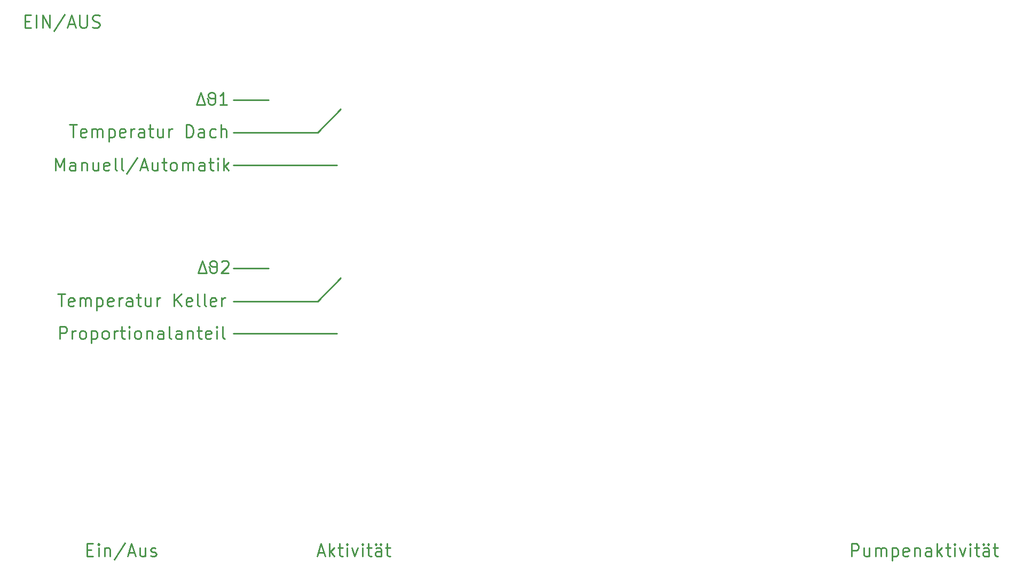
<source format=gbr>
%TF.GenerationSoftware,KiCad,Pcbnew,(5.1.9)-1*%
%TF.CreationDate,2021-03-04T22:04:08+01:00*%
%TF.ProjectId,frontplate,66726f6e-7470-46c6-9174-652e6b696361,rev?*%
%TF.SameCoordinates,Original*%
%TF.FileFunction,Legend,Top*%
%TF.FilePolarity,Positive*%
%FSLAX46Y46*%
G04 Gerber Fmt 4.6, Leading zero omitted, Abs format (unit mm)*
G04 Created by KiCad (PCBNEW (5.1.9)-1) date 2021-03-04 22:04:08*
%MOMM*%
%LPD*%
G01*
G04 APERTURE LIST*
%ADD10C,0.250000*%
G04 APERTURE END LIST*
D10*
X67057905Y-76723761D02*
X67057905Y-74723761D01*
X67724572Y-76152333D01*
X68391238Y-74723761D01*
X68391238Y-76723761D01*
X70200762Y-76723761D02*
X70200762Y-75676142D01*
X70105524Y-75485666D01*
X69915048Y-75390428D01*
X69534095Y-75390428D01*
X69343619Y-75485666D01*
X70200762Y-76628523D02*
X70010286Y-76723761D01*
X69534095Y-76723761D01*
X69343619Y-76628523D01*
X69248381Y-76438047D01*
X69248381Y-76247571D01*
X69343619Y-76057095D01*
X69534095Y-75961857D01*
X70010286Y-75961857D01*
X70200762Y-75866619D01*
X71153143Y-75390428D02*
X71153143Y-76723761D01*
X71153143Y-75580904D02*
X71248381Y-75485666D01*
X71438857Y-75390428D01*
X71724572Y-75390428D01*
X71915048Y-75485666D01*
X72010286Y-75676142D01*
X72010286Y-76723761D01*
X73819810Y-75390428D02*
X73819810Y-76723761D01*
X72962667Y-75390428D02*
X72962667Y-76438047D01*
X73057905Y-76628523D01*
X73248381Y-76723761D01*
X73534095Y-76723761D01*
X73724572Y-76628523D01*
X73819810Y-76533285D01*
X75534095Y-76628523D02*
X75343619Y-76723761D01*
X74962667Y-76723761D01*
X74772191Y-76628523D01*
X74676952Y-76438047D01*
X74676952Y-75676142D01*
X74772191Y-75485666D01*
X74962667Y-75390428D01*
X75343619Y-75390428D01*
X75534095Y-75485666D01*
X75629333Y-75676142D01*
X75629333Y-75866619D01*
X74676952Y-76057095D01*
X76772191Y-76723761D02*
X76581714Y-76628523D01*
X76486476Y-76438047D01*
X76486476Y-74723761D01*
X77819810Y-76723761D02*
X77629333Y-76628523D01*
X77534095Y-76438047D01*
X77534095Y-74723761D01*
X80010286Y-74628523D02*
X78296000Y-77199952D01*
X80581714Y-76152333D02*
X81534095Y-76152333D01*
X80391238Y-76723761D02*
X81057905Y-74723761D01*
X81724572Y-76723761D01*
X83248381Y-75390428D02*
X83248381Y-76723761D01*
X82391238Y-75390428D02*
X82391238Y-76438047D01*
X82486476Y-76628523D01*
X82676952Y-76723761D01*
X82962667Y-76723761D01*
X83153143Y-76628523D01*
X83248381Y-76533285D01*
X83915048Y-75390428D02*
X84676952Y-75390428D01*
X84200762Y-74723761D02*
X84200762Y-76438047D01*
X84296000Y-76628523D01*
X84486476Y-76723761D01*
X84676952Y-76723761D01*
X85629333Y-76723761D02*
X85438857Y-76628523D01*
X85343619Y-76533285D01*
X85248381Y-76342809D01*
X85248381Y-75771380D01*
X85343619Y-75580904D01*
X85438857Y-75485666D01*
X85629333Y-75390428D01*
X85915048Y-75390428D01*
X86105524Y-75485666D01*
X86200762Y-75580904D01*
X86296000Y-75771380D01*
X86296000Y-76342809D01*
X86200762Y-76533285D01*
X86105524Y-76628523D01*
X85915048Y-76723761D01*
X85629333Y-76723761D01*
X87153143Y-76723761D02*
X87153143Y-75390428D01*
X87153143Y-75580904D02*
X87248381Y-75485666D01*
X87438857Y-75390428D01*
X87724572Y-75390428D01*
X87915048Y-75485666D01*
X88010286Y-75676142D01*
X88010286Y-76723761D01*
X88010286Y-75676142D02*
X88105524Y-75485666D01*
X88296000Y-75390428D01*
X88581714Y-75390428D01*
X88772191Y-75485666D01*
X88867429Y-75676142D01*
X88867429Y-76723761D01*
X90676952Y-76723761D02*
X90676952Y-75676142D01*
X90581714Y-75485666D01*
X90391238Y-75390428D01*
X90010286Y-75390428D01*
X89819810Y-75485666D01*
X90676952Y-76628523D02*
X90486476Y-76723761D01*
X90010286Y-76723761D01*
X89819810Y-76628523D01*
X89724572Y-76438047D01*
X89724572Y-76247571D01*
X89819810Y-76057095D01*
X90010286Y-75961857D01*
X90486476Y-75961857D01*
X90676952Y-75866619D01*
X91343619Y-75390428D02*
X92105524Y-75390428D01*
X91629333Y-74723761D02*
X91629333Y-76438047D01*
X91724572Y-76628523D01*
X91915048Y-76723761D01*
X92105524Y-76723761D01*
X92772191Y-76723761D02*
X92772191Y-75390428D01*
X92772191Y-74723761D02*
X92676952Y-74819000D01*
X92772191Y-74914238D01*
X92867429Y-74819000D01*
X92772191Y-74723761D01*
X92772191Y-74914238D01*
X93724572Y-76723761D02*
X93724572Y-74723761D01*
X93915048Y-75961857D02*
X94486476Y-76723761D01*
X94486476Y-75390428D02*
X93724572Y-76152333D01*
X69278952Y-69457761D02*
X70421809Y-69457761D01*
X69850381Y-71457761D02*
X69850381Y-69457761D01*
X71850381Y-71362523D02*
X71659904Y-71457761D01*
X71278952Y-71457761D01*
X71088476Y-71362523D01*
X70993238Y-71172047D01*
X70993238Y-70410142D01*
X71088476Y-70219666D01*
X71278952Y-70124428D01*
X71659904Y-70124428D01*
X71850381Y-70219666D01*
X71945619Y-70410142D01*
X71945619Y-70600619D01*
X70993238Y-70791095D01*
X72802761Y-71457761D02*
X72802761Y-70124428D01*
X72802761Y-70314904D02*
X72898000Y-70219666D01*
X73088476Y-70124428D01*
X73374190Y-70124428D01*
X73564666Y-70219666D01*
X73659904Y-70410142D01*
X73659904Y-71457761D01*
X73659904Y-70410142D02*
X73755142Y-70219666D01*
X73945619Y-70124428D01*
X74231333Y-70124428D01*
X74421809Y-70219666D01*
X74517047Y-70410142D01*
X74517047Y-71457761D01*
X75469428Y-70124428D02*
X75469428Y-72124428D01*
X75469428Y-70219666D02*
X75659904Y-70124428D01*
X76040857Y-70124428D01*
X76231333Y-70219666D01*
X76326571Y-70314904D01*
X76421809Y-70505380D01*
X76421809Y-71076809D01*
X76326571Y-71267285D01*
X76231333Y-71362523D01*
X76040857Y-71457761D01*
X75659904Y-71457761D01*
X75469428Y-71362523D01*
X78040857Y-71362523D02*
X77850381Y-71457761D01*
X77469428Y-71457761D01*
X77278952Y-71362523D01*
X77183714Y-71172047D01*
X77183714Y-70410142D01*
X77278952Y-70219666D01*
X77469428Y-70124428D01*
X77850381Y-70124428D01*
X78040857Y-70219666D01*
X78136095Y-70410142D01*
X78136095Y-70600619D01*
X77183714Y-70791095D01*
X78993238Y-71457761D02*
X78993238Y-70124428D01*
X78993238Y-70505380D02*
X79088476Y-70314904D01*
X79183714Y-70219666D01*
X79374190Y-70124428D01*
X79564666Y-70124428D01*
X81088476Y-71457761D02*
X81088476Y-70410142D01*
X80993238Y-70219666D01*
X80802761Y-70124428D01*
X80421809Y-70124428D01*
X80231333Y-70219666D01*
X81088476Y-71362523D02*
X80898000Y-71457761D01*
X80421809Y-71457761D01*
X80231333Y-71362523D01*
X80136095Y-71172047D01*
X80136095Y-70981571D01*
X80231333Y-70791095D01*
X80421809Y-70695857D01*
X80898000Y-70695857D01*
X81088476Y-70600619D01*
X81755142Y-70124428D02*
X82517047Y-70124428D01*
X82040857Y-69457761D02*
X82040857Y-71172047D01*
X82136095Y-71362523D01*
X82326571Y-71457761D01*
X82517047Y-71457761D01*
X84040857Y-70124428D02*
X84040857Y-71457761D01*
X83183714Y-70124428D02*
X83183714Y-71172047D01*
X83278952Y-71362523D01*
X83469428Y-71457761D01*
X83755142Y-71457761D01*
X83945619Y-71362523D01*
X84040857Y-71267285D01*
X84993238Y-71457761D02*
X84993238Y-70124428D01*
X84993238Y-70505380D02*
X85088476Y-70314904D01*
X85183714Y-70219666D01*
X85374190Y-70124428D01*
X85564666Y-70124428D01*
X87755142Y-71457761D02*
X87755142Y-69457761D01*
X88231333Y-69457761D01*
X88517047Y-69553000D01*
X88707523Y-69743476D01*
X88802761Y-69933952D01*
X88898000Y-70314904D01*
X88898000Y-70600619D01*
X88802761Y-70981571D01*
X88707523Y-71172047D01*
X88517047Y-71362523D01*
X88231333Y-71457761D01*
X87755142Y-71457761D01*
X90612285Y-71457761D02*
X90612285Y-70410142D01*
X90517047Y-70219666D01*
X90326571Y-70124428D01*
X89945619Y-70124428D01*
X89755142Y-70219666D01*
X90612285Y-71362523D02*
X90421809Y-71457761D01*
X89945619Y-71457761D01*
X89755142Y-71362523D01*
X89659904Y-71172047D01*
X89659904Y-70981571D01*
X89755142Y-70791095D01*
X89945619Y-70695857D01*
X90421809Y-70695857D01*
X90612285Y-70600619D01*
X92421809Y-71362523D02*
X92231333Y-71457761D01*
X91850381Y-71457761D01*
X91659904Y-71362523D01*
X91564666Y-71267285D01*
X91469428Y-71076809D01*
X91469428Y-70505380D01*
X91564666Y-70314904D01*
X91659904Y-70219666D01*
X91850381Y-70124428D01*
X92231333Y-70124428D01*
X92421809Y-70219666D01*
X93278952Y-71457761D02*
X93278952Y-69457761D01*
X94136095Y-71457761D02*
X94136095Y-70410142D01*
X94040857Y-70219666D01*
X93850381Y-70124428D01*
X93564666Y-70124428D01*
X93374190Y-70219666D01*
X93278952Y-70314904D01*
X89374190Y-66314261D02*
X90040857Y-64314261D01*
X90707523Y-66314261D01*
X89374190Y-66314261D01*
X91088476Y-65266642D02*
X91183714Y-65361880D01*
X91278952Y-65552357D01*
X91278952Y-65838071D01*
X91374190Y-66123785D01*
X91469428Y-66219023D01*
X91659904Y-66314261D01*
X91945619Y-66314261D01*
X92136095Y-66219023D01*
X92231333Y-66123785D01*
X92326571Y-65838071D01*
X92326571Y-64790452D01*
X92231333Y-64504738D01*
X92136095Y-64409500D01*
X91945619Y-64314261D01*
X91659904Y-64314261D01*
X91469428Y-64409500D01*
X91374190Y-64504738D01*
X91278952Y-64695214D01*
X91278952Y-64885690D01*
X91374190Y-65076166D01*
X91469428Y-65171404D01*
X91659904Y-65266642D01*
X92326571Y-65266642D01*
X94231333Y-66314261D02*
X93088476Y-66314261D01*
X93659904Y-66314261D02*
X93659904Y-64314261D01*
X93469428Y-64599976D01*
X93278952Y-64790452D01*
X93088476Y-64885690D01*
X95250000Y-75819000D02*
X111633000Y-75819000D01*
X108585000Y-70675500D02*
X112268000Y-66992500D01*
X95250000Y-70675500D02*
X108585000Y-70675500D01*
X95250000Y-65532000D02*
X100838000Y-65532000D01*
X62224857Y-53047142D02*
X62891523Y-53047142D01*
X63177238Y-54094761D02*
X62224857Y-54094761D01*
X62224857Y-52094761D01*
X63177238Y-52094761D01*
X64034380Y-54094761D02*
X64034380Y-52094761D01*
X64986761Y-54094761D02*
X64986761Y-52094761D01*
X66129619Y-54094761D01*
X66129619Y-52094761D01*
X68510571Y-51999523D02*
X66796285Y-54570952D01*
X69082000Y-53523333D02*
X70034380Y-53523333D01*
X68891523Y-54094761D02*
X69558190Y-52094761D01*
X70224857Y-54094761D01*
X70891523Y-52094761D02*
X70891523Y-53713809D01*
X70986761Y-53904285D01*
X71082000Y-53999523D01*
X71272476Y-54094761D01*
X71653428Y-54094761D01*
X71843904Y-53999523D01*
X71939142Y-53904285D01*
X72034380Y-53713809D01*
X72034380Y-52094761D01*
X72891523Y-53999523D02*
X73177238Y-54094761D01*
X73653428Y-54094761D01*
X73843904Y-53999523D01*
X73939142Y-53904285D01*
X74034380Y-53713809D01*
X74034380Y-53523333D01*
X73939142Y-53332857D01*
X73843904Y-53237619D01*
X73653428Y-53142380D01*
X73272476Y-53047142D01*
X73082000Y-52951904D01*
X72986761Y-52856666D01*
X72891523Y-52666190D01*
X72891523Y-52475714D01*
X72986761Y-52285238D01*
X73082000Y-52190000D01*
X73272476Y-52094761D01*
X73748666Y-52094761D01*
X74034380Y-52190000D01*
X95250000Y-102489000D02*
X111633000Y-102489000D01*
X108585000Y-97443000D02*
X112268000Y-93760000D01*
X95250000Y-97443000D02*
X108585000Y-97443000D01*
X95250000Y-92202000D02*
X100838000Y-92202000D01*
X67676952Y-103393761D02*
X67676952Y-101393761D01*
X68438856Y-101393761D01*
X68629332Y-101489000D01*
X68724571Y-101584238D01*
X68819809Y-101774714D01*
X68819809Y-102060428D01*
X68724571Y-102250904D01*
X68629332Y-102346142D01*
X68438856Y-102441380D01*
X67676952Y-102441380D01*
X69676952Y-103393761D02*
X69676952Y-102060428D01*
X69676952Y-102441380D02*
X69772190Y-102250904D01*
X69867428Y-102155666D01*
X70057904Y-102060428D01*
X70248380Y-102060428D01*
X71200761Y-103393761D02*
X71010285Y-103298523D01*
X70915047Y-103203285D01*
X70819809Y-103012809D01*
X70819809Y-102441380D01*
X70915047Y-102250904D01*
X71010285Y-102155666D01*
X71200761Y-102060428D01*
X71486475Y-102060428D01*
X71676952Y-102155666D01*
X71772190Y-102250904D01*
X71867428Y-102441380D01*
X71867428Y-103012809D01*
X71772190Y-103203285D01*
X71676952Y-103298523D01*
X71486475Y-103393761D01*
X71200761Y-103393761D01*
X72724571Y-102060428D02*
X72724571Y-104060428D01*
X72724571Y-102155666D02*
X72915047Y-102060428D01*
X73295999Y-102060428D01*
X73486475Y-102155666D01*
X73581713Y-102250904D01*
X73676952Y-102441380D01*
X73676952Y-103012809D01*
X73581713Y-103203285D01*
X73486475Y-103298523D01*
X73295999Y-103393761D01*
X72915047Y-103393761D01*
X72724571Y-103298523D01*
X74819809Y-103393761D02*
X74629332Y-103298523D01*
X74534094Y-103203285D01*
X74438856Y-103012809D01*
X74438856Y-102441380D01*
X74534094Y-102250904D01*
X74629332Y-102155666D01*
X74819809Y-102060428D01*
X75105523Y-102060428D01*
X75295999Y-102155666D01*
X75391237Y-102250904D01*
X75486475Y-102441380D01*
X75486475Y-103012809D01*
X75391237Y-103203285D01*
X75295999Y-103298523D01*
X75105523Y-103393761D01*
X74819809Y-103393761D01*
X76343618Y-103393761D02*
X76343618Y-102060428D01*
X76343618Y-102441380D02*
X76438856Y-102250904D01*
X76534094Y-102155666D01*
X76724571Y-102060428D01*
X76915047Y-102060428D01*
X77295999Y-102060428D02*
X78057904Y-102060428D01*
X77581713Y-101393761D02*
X77581713Y-103108047D01*
X77676952Y-103298523D01*
X77867428Y-103393761D01*
X78057904Y-103393761D01*
X78724571Y-103393761D02*
X78724571Y-102060428D01*
X78724571Y-101393761D02*
X78629332Y-101489000D01*
X78724571Y-101584238D01*
X78819809Y-101489000D01*
X78724571Y-101393761D01*
X78724571Y-101584238D01*
X79962666Y-103393761D02*
X79772190Y-103298523D01*
X79676952Y-103203285D01*
X79581713Y-103012809D01*
X79581713Y-102441380D01*
X79676952Y-102250904D01*
X79772190Y-102155666D01*
X79962666Y-102060428D01*
X80248380Y-102060428D01*
X80438856Y-102155666D01*
X80534094Y-102250904D01*
X80629332Y-102441380D01*
X80629332Y-103012809D01*
X80534094Y-103203285D01*
X80438856Y-103298523D01*
X80248380Y-103393761D01*
X79962666Y-103393761D01*
X81486475Y-102060428D02*
X81486475Y-103393761D01*
X81486475Y-102250904D02*
X81581713Y-102155666D01*
X81772190Y-102060428D01*
X82057904Y-102060428D01*
X82248380Y-102155666D01*
X82343618Y-102346142D01*
X82343618Y-103393761D01*
X84153142Y-103393761D02*
X84153142Y-102346142D01*
X84057904Y-102155666D01*
X83867428Y-102060428D01*
X83486475Y-102060428D01*
X83295999Y-102155666D01*
X84153142Y-103298523D02*
X83962666Y-103393761D01*
X83486475Y-103393761D01*
X83295999Y-103298523D01*
X83200761Y-103108047D01*
X83200761Y-102917571D01*
X83295999Y-102727095D01*
X83486475Y-102631857D01*
X83962666Y-102631857D01*
X84153142Y-102536619D01*
X85391237Y-103393761D02*
X85200761Y-103298523D01*
X85105523Y-103108047D01*
X85105523Y-101393761D01*
X87010285Y-103393761D02*
X87010285Y-102346142D01*
X86915047Y-102155666D01*
X86724571Y-102060428D01*
X86343618Y-102060428D01*
X86153142Y-102155666D01*
X87010285Y-103298523D02*
X86819809Y-103393761D01*
X86343618Y-103393761D01*
X86153142Y-103298523D01*
X86057904Y-103108047D01*
X86057904Y-102917571D01*
X86153142Y-102727095D01*
X86343618Y-102631857D01*
X86819809Y-102631857D01*
X87010285Y-102536619D01*
X87962666Y-102060428D02*
X87962666Y-103393761D01*
X87962666Y-102250904D02*
X88057904Y-102155666D01*
X88248380Y-102060428D01*
X88534094Y-102060428D01*
X88724571Y-102155666D01*
X88819809Y-102346142D01*
X88819809Y-103393761D01*
X89486475Y-102060428D02*
X90248380Y-102060428D01*
X89772190Y-101393761D02*
X89772190Y-103108047D01*
X89867428Y-103298523D01*
X90057904Y-103393761D01*
X90248380Y-103393761D01*
X91676952Y-103298523D02*
X91486475Y-103393761D01*
X91105523Y-103393761D01*
X90915047Y-103298523D01*
X90819809Y-103108047D01*
X90819809Y-102346142D01*
X90915047Y-102155666D01*
X91105523Y-102060428D01*
X91486475Y-102060428D01*
X91676952Y-102155666D01*
X91772190Y-102346142D01*
X91772190Y-102536619D01*
X90819809Y-102727095D01*
X92629332Y-103393761D02*
X92629332Y-102060428D01*
X92629332Y-101393761D02*
X92534094Y-101489000D01*
X92629332Y-101584238D01*
X92724571Y-101489000D01*
X92629332Y-101393761D01*
X92629332Y-101584238D01*
X93867428Y-103393761D02*
X93676952Y-103298523D01*
X93581713Y-103108047D01*
X93581713Y-101393761D01*
X89629333Y-92984261D02*
X90296000Y-90984261D01*
X90962666Y-92984261D01*
X89629333Y-92984261D01*
X91343619Y-91936642D02*
X91438857Y-92031880D01*
X91534095Y-92222357D01*
X91534095Y-92508071D01*
X91629333Y-92793785D01*
X91724571Y-92889023D01*
X91915047Y-92984261D01*
X92200762Y-92984261D01*
X92391238Y-92889023D01*
X92486476Y-92793785D01*
X92581714Y-92508071D01*
X92581714Y-91460452D01*
X92486476Y-91174738D01*
X92391238Y-91079500D01*
X92200762Y-90984261D01*
X91915047Y-90984261D01*
X91724571Y-91079500D01*
X91629333Y-91174738D01*
X91534095Y-91365214D01*
X91534095Y-91555690D01*
X91629333Y-91746166D01*
X91724571Y-91841404D01*
X91915047Y-91936642D01*
X92581714Y-91936642D01*
X93343619Y-91174738D02*
X93438857Y-91079500D01*
X93629333Y-90984261D01*
X94105523Y-90984261D01*
X94296000Y-91079500D01*
X94391238Y-91174738D01*
X94486476Y-91365214D01*
X94486476Y-91555690D01*
X94391238Y-91841404D01*
X93248381Y-92984261D01*
X94486476Y-92984261D01*
X67391237Y-96225261D02*
X68534094Y-96225261D01*
X67962666Y-98225261D02*
X67962666Y-96225261D01*
X69962666Y-98130023D02*
X69772190Y-98225261D01*
X69391237Y-98225261D01*
X69200761Y-98130023D01*
X69105523Y-97939547D01*
X69105523Y-97177642D01*
X69200761Y-96987166D01*
X69391237Y-96891928D01*
X69772190Y-96891928D01*
X69962666Y-96987166D01*
X70057904Y-97177642D01*
X70057904Y-97368119D01*
X69105523Y-97558595D01*
X70915047Y-98225261D02*
X70915047Y-96891928D01*
X70915047Y-97082404D02*
X71010285Y-96987166D01*
X71200761Y-96891928D01*
X71486475Y-96891928D01*
X71676952Y-96987166D01*
X71772190Y-97177642D01*
X71772190Y-98225261D01*
X71772190Y-97177642D02*
X71867428Y-96987166D01*
X72057904Y-96891928D01*
X72343618Y-96891928D01*
X72534094Y-96987166D01*
X72629332Y-97177642D01*
X72629332Y-98225261D01*
X73581713Y-96891928D02*
X73581713Y-98891928D01*
X73581713Y-96987166D02*
X73772190Y-96891928D01*
X74153142Y-96891928D01*
X74343618Y-96987166D01*
X74438856Y-97082404D01*
X74534094Y-97272880D01*
X74534094Y-97844309D01*
X74438856Y-98034785D01*
X74343618Y-98130023D01*
X74153142Y-98225261D01*
X73772190Y-98225261D01*
X73581713Y-98130023D01*
X76153142Y-98130023D02*
X75962666Y-98225261D01*
X75581713Y-98225261D01*
X75391237Y-98130023D01*
X75295999Y-97939547D01*
X75295999Y-97177642D01*
X75391237Y-96987166D01*
X75581713Y-96891928D01*
X75962666Y-96891928D01*
X76153142Y-96987166D01*
X76248380Y-97177642D01*
X76248380Y-97368119D01*
X75295999Y-97558595D01*
X77105523Y-98225261D02*
X77105523Y-96891928D01*
X77105523Y-97272880D02*
X77200761Y-97082404D01*
X77295999Y-96987166D01*
X77486475Y-96891928D01*
X77676952Y-96891928D01*
X79200761Y-98225261D02*
X79200761Y-97177642D01*
X79105523Y-96987166D01*
X78915047Y-96891928D01*
X78534094Y-96891928D01*
X78343618Y-96987166D01*
X79200761Y-98130023D02*
X79010285Y-98225261D01*
X78534094Y-98225261D01*
X78343618Y-98130023D01*
X78248380Y-97939547D01*
X78248380Y-97749071D01*
X78343618Y-97558595D01*
X78534094Y-97463357D01*
X79010285Y-97463357D01*
X79200761Y-97368119D01*
X79867428Y-96891928D02*
X80629332Y-96891928D01*
X80153142Y-96225261D02*
X80153142Y-97939547D01*
X80248380Y-98130023D01*
X80438856Y-98225261D01*
X80629332Y-98225261D01*
X82153142Y-96891928D02*
X82153142Y-98225261D01*
X81295999Y-96891928D02*
X81295999Y-97939547D01*
X81391237Y-98130023D01*
X81581713Y-98225261D01*
X81867428Y-98225261D01*
X82057904Y-98130023D01*
X82153142Y-98034785D01*
X83105523Y-98225261D02*
X83105523Y-96891928D01*
X83105523Y-97272880D02*
X83200761Y-97082404D01*
X83295999Y-96987166D01*
X83486475Y-96891928D01*
X83676952Y-96891928D01*
X85867428Y-98225261D02*
X85867428Y-96225261D01*
X87010285Y-98225261D02*
X86153142Y-97082404D01*
X87010285Y-96225261D02*
X85867428Y-97368119D01*
X88629332Y-98130023D02*
X88438856Y-98225261D01*
X88057904Y-98225261D01*
X87867428Y-98130023D01*
X87772190Y-97939547D01*
X87772190Y-97177642D01*
X87867428Y-96987166D01*
X88057904Y-96891928D01*
X88438856Y-96891928D01*
X88629332Y-96987166D01*
X88724571Y-97177642D01*
X88724571Y-97368119D01*
X87772190Y-97558595D01*
X89867428Y-98225261D02*
X89676952Y-98130023D01*
X89581713Y-97939547D01*
X89581713Y-96225261D01*
X90915047Y-98225261D02*
X90724571Y-98130023D01*
X90629332Y-97939547D01*
X90629332Y-96225261D01*
X92438856Y-98130023D02*
X92248380Y-98225261D01*
X91867428Y-98225261D01*
X91676952Y-98130023D01*
X91581713Y-97939547D01*
X91581713Y-97177642D01*
X91676952Y-96987166D01*
X91867428Y-96891928D01*
X92248380Y-96891928D01*
X92438856Y-96987166D01*
X92534094Y-97177642D01*
X92534094Y-97368119D01*
X91581713Y-97558595D01*
X93391237Y-98225261D02*
X93391237Y-96891928D01*
X93391237Y-97272880D02*
X93486475Y-97082404D01*
X93581713Y-96987166D01*
X93772190Y-96891928D01*
X93962666Y-96891928D01*
X72051428Y-136786142D02*
X72718095Y-136786142D01*
X73003809Y-137833761D02*
X72051428Y-137833761D01*
X72051428Y-135833761D01*
X73003809Y-135833761D01*
X73860952Y-137833761D02*
X73860952Y-136500428D01*
X73860952Y-135833761D02*
X73765714Y-135929000D01*
X73860952Y-136024238D01*
X73956190Y-135929000D01*
X73860952Y-135833761D01*
X73860952Y-136024238D01*
X74813333Y-136500428D02*
X74813333Y-137833761D01*
X74813333Y-136690904D02*
X74908571Y-136595666D01*
X75099047Y-136500428D01*
X75384761Y-136500428D01*
X75575238Y-136595666D01*
X75670476Y-136786142D01*
X75670476Y-137833761D01*
X78051428Y-135738523D02*
X76337142Y-138309952D01*
X78622857Y-137262333D02*
X79575238Y-137262333D01*
X78432380Y-137833761D02*
X79099047Y-135833761D01*
X79765714Y-137833761D01*
X81289523Y-136500428D02*
X81289523Y-137833761D01*
X80432380Y-136500428D02*
X80432380Y-137548047D01*
X80527619Y-137738523D01*
X80718095Y-137833761D01*
X81003809Y-137833761D01*
X81194285Y-137738523D01*
X81289523Y-137643285D01*
X82146666Y-137738523D02*
X82337142Y-137833761D01*
X82718095Y-137833761D01*
X82908571Y-137738523D01*
X83003809Y-137548047D01*
X83003809Y-137452809D01*
X82908571Y-137262333D01*
X82718095Y-137167095D01*
X82432380Y-137167095D01*
X82241904Y-137071857D01*
X82146666Y-136881380D01*
X82146666Y-136786142D01*
X82241904Y-136595666D01*
X82432380Y-136500428D01*
X82718095Y-136500428D01*
X82908571Y-136595666D01*
X108680952Y-137262333D02*
X109633333Y-137262333D01*
X108490476Y-137833761D02*
X109157142Y-135833761D01*
X109823809Y-137833761D01*
X110490476Y-137833761D02*
X110490476Y-135833761D01*
X110680952Y-137071857D02*
X111252380Y-137833761D01*
X111252380Y-136500428D02*
X110490476Y-137262333D01*
X111823809Y-136500428D02*
X112585714Y-136500428D01*
X112109523Y-135833761D02*
X112109523Y-137548047D01*
X112204761Y-137738523D01*
X112395238Y-137833761D01*
X112585714Y-137833761D01*
X113252380Y-137833761D02*
X113252380Y-136500428D01*
X113252380Y-135833761D02*
X113157142Y-135929000D01*
X113252380Y-136024238D01*
X113347619Y-135929000D01*
X113252380Y-135833761D01*
X113252380Y-136024238D01*
X114014285Y-136500428D02*
X114490476Y-137833761D01*
X114966666Y-136500428D01*
X115728571Y-137833761D02*
X115728571Y-136500428D01*
X115728571Y-135833761D02*
X115633333Y-135929000D01*
X115728571Y-136024238D01*
X115823809Y-135929000D01*
X115728571Y-135833761D01*
X115728571Y-136024238D01*
X116395238Y-136500428D02*
X117157142Y-136500428D01*
X116680952Y-135833761D02*
X116680952Y-137548047D01*
X116776190Y-137738523D01*
X116966666Y-137833761D01*
X117157142Y-137833761D01*
X118680952Y-137833761D02*
X118680952Y-136786142D01*
X118585714Y-136595666D01*
X118395238Y-136500428D01*
X118014285Y-136500428D01*
X117823809Y-136595666D01*
X118680952Y-137738523D02*
X118490476Y-137833761D01*
X118014285Y-137833761D01*
X117823809Y-137738523D01*
X117728571Y-137548047D01*
X117728571Y-137357571D01*
X117823809Y-137167095D01*
X118014285Y-137071857D01*
X118490476Y-137071857D01*
X118680952Y-136976619D01*
X117823809Y-135833761D02*
X117919047Y-135929000D01*
X117823809Y-136024238D01*
X117728571Y-135929000D01*
X117823809Y-135833761D01*
X117823809Y-136024238D01*
X118585714Y-135833761D02*
X118680952Y-135929000D01*
X118585714Y-136024238D01*
X118490476Y-135929000D01*
X118585714Y-135833761D01*
X118585714Y-136024238D01*
X119347619Y-136500428D02*
X120109523Y-136500428D01*
X119633333Y-135833761D02*
X119633333Y-137548047D01*
X119728571Y-137738523D01*
X119919047Y-137833761D01*
X120109523Y-137833761D01*
X193247809Y-137833761D02*
X193247809Y-135833761D01*
X194009714Y-135833761D01*
X194200190Y-135929000D01*
X194295428Y-136024238D01*
X194390666Y-136214714D01*
X194390666Y-136500428D01*
X194295428Y-136690904D01*
X194200190Y-136786142D01*
X194009714Y-136881380D01*
X193247809Y-136881380D01*
X196104952Y-136500428D02*
X196104952Y-137833761D01*
X195247809Y-136500428D02*
X195247809Y-137548047D01*
X195343047Y-137738523D01*
X195533523Y-137833761D01*
X195819238Y-137833761D01*
X196009714Y-137738523D01*
X196104952Y-137643285D01*
X197057333Y-137833761D02*
X197057333Y-136500428D01*
X197057333Y-136690904D02*
X197152571Y-136595666D01*
X197343047Y-136500428D01*
X197628761Y-136500428D01*
X197819238Y-136595666D01*
X197914476Y-136786142D01*
X197914476Y-137833761D01*
X197914476Y-136786142D02*
X198009714Y-136595666D01*
X198200190Y-136500428D01*
X198485904Y-136500428D01*
X198676380Y-136595666D01*
X198771619Y-136786142D01*
X198771619Y-137833761D01*
X199724000Y-136500428D02*
X199724000Y-138500428D01*
X199724000Y-136595666D02*
X199914476Y-136500428D01*
X200295428Y-136500428D01*
X200485904Y-136595666D01*
X200581142Y-136690904D01*
X200676380Y-136881380D01*
X200676380Y-137452809D01*
X200581142Y-137643285D01*
X200485904Y-137738523D01*
X200295428Y-137833761D01*
X199914476Y-137833761D01*
X199724000Y-137738523D01*
X202295428Y-137738523D02*
X202104952Y-137833761D01*
X201724000Y-137833761D01*
X201533523Y-137738523D01*
X201438285Y-137548047D01*
X201438285Y-136786142D01*
X201533523Y-136595666D01*
X201724000Y-136500428D01*
X202104952Y-136500428D01*
X202295428Y-136595666D01*
X202390666Y-136786142D01*
X202390666Y-136976619D01*
X201438285Y-137167095D01*
X203247809Y-136500428D02*
X203247809Y-137833761D01*
X203247809Y-136690904D02*
X203343047Y-136595666D01*
X203533523Y-136500428D01*
X203819238Y-136500428D01*
X204009714Y-136595666D01*
X204104952Y-136786142D01*
X204104952Y-137833761D01*
X205914476Y-137833761D02*
X205914476Y-136786142D01*
X205819238Y-136595666D01*
X205628761Y-136500428D01*
X205247809Y-136500428D01*
X205057333Y-136595666D01*
X205914476Y-137738523D02*
X205724000Y-137833761D01*
X205247809Y-137833761D01*
X205057333Y-137738523D01*
X204962095Y-137548047D01*
X204962095Y-137357571D01*
X205057333Y-137167095D01*
X205247809Y-137071857D01*
X205724000Y-137071857D01*
X205914476Y-136976619D01*
X206866857Y-137833761D02*
X206866857Y-135833761D01*
X207057333Y-137071857D02*
X207628761Y-137833761D01*
X207628761Y-136500428D02*
X206866857Y-137262333D01*
X208200190Y-136500428D02*
X208962095Y-136500428D01*
X208485904Y-135833761D02*
X208485904Y-137548047D01*
X208581142Y-137738523D01*
X208771619Y-137833761D01*
X208962095Y-137833761D01*
X209628761Y-137833761D02*
X209628761Y-136500428D01*
X209628761Y-135833761D02*
X209533523Y-135929000D01*
X209628761Y-136024238D01*
X209724000Y-135929000D01*
X209628761Y-135833761D01*
X209628761Y-136024238D01*
X210390666Y-136500428D02*
X210866857Y-137833761D01*
X211343047Y-136500428D01*
X212104952Y-137833761D02*
X212104952Y-136500428D01*
X212104952Y-135833761D02*
X212009714Y-135929000D01*
X212104952Y-136024238D01*
X212200190Y-135929000D01*
X212104952Y-135833761D01*
X212104952Y-136024238D01*
X212771619Y-136500428D02*
X213533523Y-136500428D01*
X213057333Y-135833761D02*
X213057333Y-137548047D01*
X213152571Y-137738523D01*
X213343047Y-137833761D01*
X213533523Y-137833761D01*
X215057333Y-137833761D02*
X215057333Y-136786142D01*
X214962095Y-136595666D01*
X214771619Y-136500428D01*
X214390666Y-136500428D01*
X214200190Y-136595666D01*
X215057333Y-137738523D02*
X214866857Y-137833761D01*
X214390666Y-137833761D01*
X214200190Y-137738523D01*
X214104952Y-137548047D01*
X214104952Y-137357571D01*
X214200190Y-137167095D01*
X214390666Y-137071857D01*
X214866857Y-137071857D01*
X215057333Y-136976619D01*
X214200190Y-135833761D02*
X214295428Y-135929000D01*
X214200190Y-136024238D01*
X214104952Y-135929000D01*
X214200190Y-135833761D01*
X214200190Y-136024238D01*
X214962095Y-135833761D02*
X215057333Y-135929000D01*
X214962095Y-136024238D01*
X214866857Y-135929000D01*
X214962095Y-135833761D01*
X214962095Y-136024238D01*
X215724000Y-136500428D02*
X216485904Y-136500428D01*
X216009714Y-135833761D02*
X216009714Y-137548047D01*
X216104952Y-137738523D01*
X216295428Y-137833761D01*
X216485904Y-137833761D01*
M02*

</source>
